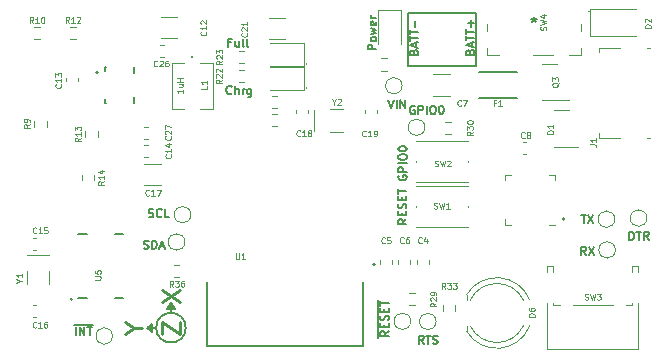
<source format=gbr>
%TF.GenerationSoftware,KiCad,Pcbnew,(6.0.7)*%
%TF.CreationDate,2022-10-18T17:16:59-04:00*%
%TF.ProjectId,PCB,5043422e-6b69-4636-9164-5f7063625858,rev?*%
%TF.SameCoordinates,Original*%
%TF.FileFunction,Legend,Top*%
%TF.FilePolarity,Positive*%
%FSLAX46Y46*%
G04 Gerber Fmt 4.6, Leading zero omitted, Abs format (unit mm)*
G04 Created by KiCad (PCBNEW (6.0.7)) date 2022-10-18 17:16:59*
%MOMM*%
%LPD*%
G01*
G04 APERTURE LIST*
%ADD10C,0.150000*%
%ADD11C,0.250000*%
%ADD12C,0.100000*%
%ADD13C,0.127000*%
%ADD14C,0.200000*%
%ADD15C,0.120000*%
G04 APERTURE END LIST*
D10*
X202620000Y-111603333D02*
X202720000Y-111636666D01*
X202886666Y-111636666D01*
X202953333Y-111603333D01*
X202986666Y-111570000D01*
X203020000Y-111503333D01*
X203020000Y-111436666D01*
X202986666Y-111370000D01*
X202953333Y-111336666D01*
X202886666Y-111303333D01*
X202753333Y-111270000D01*
X202686666Y-111236666D01*
X202653333Y-111203333D01*
X202620000Y-111136666D01*
X202620000Y-111070000D01*
X202653333Y-111003333D01*
X202686666Y-110970000D01*
X202753333Y-110936666D01*
X202920000Y-110936666D01*
X203020000Y-110970000D01*
X203320000Y-111636666D02*
X203320000Y-110936666D01*
X203486666Y-110936666D01*
X203586666Y-110970000D01*
X203653333Y-111036666D01*
X203686666Y-111103333D01*
X203720000Y-111236666D01*
X203720000Y-111336666D01*
X203686666Y-111470000D01*
X203653333Y-111536666D01*
X203586666Y-111603333D01*
X203486666Y-111636666D01*
X203320000Y-111636666D01*
X203986666Y-111436666D02*
X204320000Y-111436666D01*
X203920000Y-111636666D02*
X204153333Y-110936666D01*
X204386666Y-111636666D01*
X203026666Y-108933333D02*
X203126666Y-108966666D01*
X203293333Y-108966666D01*
X203360000Y-108933333D01*
X203393333Y-108900000D01*
X203426666Y-108833333D01*
X203426666Y-108766666D01*
X203393333Y-108700000D01*
X203360000Y-108666666D01*
X203293333Y-108633333D01*
X203160000Y-108600000D01*
X203093333Y-108566666D01*
X203060000Y-108533333D01*
X203026666Y-108466666D01*
X203026666Y-108400000D01*
X203060000Y-108333333D01*
X203093333Y-108300000D01*
X203160000Y-108266666D01*
X203326666Y-108266666D01*
X203426666Y-108300000D01*
X204126666Y-108900000D02*
X204093333Y-108933333D01*
X203993333Y-108966666D01*
X203926666Y-108966666D01*
X203826666Y-108933333D01*
X203760000Y-108866666D01*
X203726666Y-108800000D01*
X203693333Y-108666666D01*
X203693333Y-108566666D01*
X203726666Y-108433333D01*
X203760000Y-108366666D01*
X203826666Y-108300000D01*
X203926666Y-108266666D01*
X203993333Y-108266666D01*
X204093333Y-108300000D01*
X204126666Y-108333333D01*
X204760000Y-108966666D02*
X204426666Y-108966666D01*
X204426666Y-108266666D01*
X204913357Y-116266360D02*
X204563357Y-116716360D01*
X203288357Y-118516360D02*
X203113357Y-118316360D01*
X206167351Y-118316360D02*
G75*
G03*
X206167351Y-118316360I-1253994J0D01*
G01*
X203338357Y-118316360D02*
X202888357Y-118316360D01*
X205013357Y-116516360D02*
X205063357Y-116666360D01*
X204613357Y-116716360D02*
X204563357Y-116716360D01*
X205063357Y-116666360D02*
X204913357Y-116491360D01*
X203288357Y-118166360D02*
X203113357Y-118316360D01*
X216413852Y-98030000D02*
G75*
G03*
X216413852Y-98030000I-53852J0D01*
G01*
X204913357Y-117037367D02*
X204913357Y-116741360D01*
X240280000Y-91540000D02*
G75*
G03*
X240280000Y-91540000I-60000J0D01*
G01*
X204913357Y-116716360D02*
X205263357Y-116716360D01*
X203338357Y-118616360D02*
X203338357Y-118666360D01*
X216423852Y-96000000D02*
G75*
G03*
X216423852Y-96000000I-53852J0D01*
G01*
X204713357Y-116666360D02*
X204913357Y-116491360D01*
X238220554Y-109110000D02*
G75*
G03*
X238220554Y-109110000I-90554J0D01*
G01*
X203138357Y-118216360D02*
X203288357Y-118166360D01*
X204913357Y-116716360D02*
X204913357Y-116266360D01*
X205263357Y-116716360D02*
X204613357Y-116716360D01*
X204913357Y-116266360D02*
X205263357Y-116716360D01*
X202888357Y-118316360D02*
X203338357Y-117966360D01*
X203338357Y-118316360D02*
X203338357Y-117966360D01*
X203659364Y-118316360D02*
X203363357Y-118316360D01*
X202888357Y-118316360D02*
X203338357Y-118666360D01*
X203338357Y-117966360D02*
X203338357Y-118616360D01*
X210006666Y-94170000D02*
X209773333Y-94170000D01*
X209773333Y-94536666D02*
X209773333Y-93836666D01*
X210106666Y-93836666D01*
X210673333Y-94070000D02*
X210673333Y-94536666D01*
X210373333Y-94070000D02*
X210373333Y-94436666D01*
X210406666Y-94503333D01*
X210473333Y-94536666D01*
X210573333Y-94536666D01*
X210640000Y-94503333D01*
X210673333Y-94470000D01*
X211106666Y-94536666D02*
X211040000Y-94503333D01*
X211006666Y-94436666D01*
X211006666Y-93836666D01*
X211473333Y-94536666D02*
X211406666Y-94503333D01*
X211373333Y-94436666D01*
X211373333Y-93836666D01*
X223313333Y-99006666D02*
X223546666Y-99706666D01*
X223780000Y-99006666D01*
X224013333Y-99706666D02*
X224013333Y-99006666D01*
X224346666Y-99706666D02*
X224346666Y-99006666D01*
X224746666Y-99706666D01*
X224746666Y-99006666D01*
X224856666Y-109106666D02*
X224523333Y-109340000D01*
X224856666Y-109506666D02*
X224156666Y-109506666D01*
X224156666Y-109240000D01*
X224190000Y-109173333D01*
X224223333Y-109140000D01*
X224290000Y-109106666D01*
X224390000Y-109106666D01*
X224456666Y-109140000D01*
X224490000Y-109173333D01*
X224523333Y-109240000D01*
X224523333Y-109506666D01*
X224490000Y-108806666D02*
X224490000Y-108573333D01*
X224856666Y-108473333D02*
X224856666Y-108806666D01*
X224156666Y-108806666D01*
X224156666Y-108473333D01*
X224823333Y-108206666D02*
X224856666Y-108106666D01*
X224856666Y-107940000D01*
X224823333Y-107873333D01*
X224790000Y-107840000D01*
X224723333Y-107806666D01*
X224656666Y-107806666D01*
X224590000Y-107840000D01*
X224556666Y-107873333D01*
X224523333Y-107940000D01*
X224490000Y-108073333D01*
X224456666Y-108140000D01*
X224423333Y-108173333D01*
X224356666Y-108206666D01*
X224290000Y-108206666D01*
X224223333Y-108173333D01*
X224190000Y-108140000D01*
X224156666Y-108073333D01*
X224156666Y-107906666D01*
X224190000Y-107806666D01*
X224490000Y-107506666D02*
X224490000Y-107273333D01*
X224856666Y-107173333D02*
X224856666Y-107506666D01*
X224156666Y-107506666D01*
X224156666Y-107173333D01*
X224156666Y-106973333D02*
X224156666Y-106573333D01*
X224856666Y-106773333D02*
X224156666Y-106773333D01*
X240073333Y-112156666D02*
X239840000Y-111823333D01*
X239673333Y-112156666D02*
X239673333Y-111456666D01*
X239940000Y-111456666D01*
X240006666Y-111490000D01*
X240040000Y-111523333D01*
X240073333Y-111590000D01*
X240073333Y-111690000D01*
X240040000Y-111756666D01*
X240006666Y-111790000D01*
X239940000Y-111823333D01*
X239673333Y-111823333D01*
X240306666Y-111456666D02*
X240773333Y-112156666D01*
X240773333Y-111456666D02*
X240306666Y-112156666D01*
X196695000Y-118079000D02*
X197028333Y-118079000D01*
X196861666Y-118976666D02*
X196861666Y-118276666D01*
X197028333Y-118079000D02*
X197761666Y-118079000D01*
X197195000Y-118976666D02*
X197195000Y-118276666D01*
X197595000Y-118976666D01*
X197595000Y-118276666D01*
X197761666Y-118079000D02*
X198295000Y-118079000D01*
X197828333Y-118276666D02*
X198228333Y-118276666D01*
X198028333Y-118976666D02*
X198028333Y-118276666D01*
D11*
X204141928Y-118816360D02*
X204141928Y-117816360D01*
X205641928Y-118816360D01*
X205641928Y-117816360D01*
D10*
X239656666Y-108746666D02*
X240056666Y-108746666D01*
X239856666Y-109446666D02*
X239856666Y-108746666D01*
X240223333Y-108746666D02*
X240690000Y-109446666D01*
X240690000Y-108746666D02*
X240223333Y-109446666D01*
X225460000Y-94986666D02*
X225493333Y-94886666D01*
X225526666Y-94853333D01*
X225593333Y-94820000D01*
X225693333Y-94820000D01*
X225760000Y-94853333D01*
X225793333Y-94886666D01*
X225826666Y-94953333D01*
X225826666Y-95220000D01*
X225126666Y-95220000D01*
X225126666Y-94986666D01*
X225160000Y-94920000D01*
X225193333Y-94886666D01*
X225260000Y-94853333D01*
X225326666Y-94853333D01*
X225393333Y-94886666D01*
X225426666Y-94920000D01*
X225460000Y-94986666D01*
X225460000Y-95220000D01*
X225626666Y-94553333D02*
X225626666Y-94220000D01*
X225826666Y-94620000D02*
X225126666Y-94386666D01*
X225826666Y-94153333D01*
X225126666Y-94020000D02*
X225126666Y-93620000D01*
X225826666Y-93820000D02*
X225126666Y-93820000D01*
X225126666Y-93486666D02*
X225126666Y-93086666D01*
X225826666Y-93286666D02*
X225126666Y-93286666D01*
X225560000Y-92853333D02*
X225560000Y-92320000D01*
X210046666Y-98480000D02*
X210013333Y-98513333D01*
X209913333Y-98546666D01*
X209846666Y-98546666D01*
X209746666Y-98513333D01*
X209680000Y-98446666D01*
X209646666Y-98380000D01*
X209613333Y-98246666D01*
X209613333Y-98146666D01*
X209646666Y-98013333D01*
X209680000Y-97946666D01*
X209746666Y-97880000D01*
X209846666Y-97846666D01*
X209913333Y-97846666D01*
X210013333Y-97880000D01*
X210046666Y-97913333D01*
X210346666Y-98546666D02*
X210346666Y-97846666D01*
X210646666Y-98546666D02*
X210646666Y-98180000D01*
X210613333Y-98113333D01*
X210546666Y-98080000D01*
X210446666Y-98080000D01*
X210380000Y-98113333D01*
X210346666Y-98146666D01*
X210980000Y-98546666D02*
X210980000Y-98080000D01*
X210980000Y-98213333D02*
X211013333Y-98146666D01*
X211046666Y-98113333D01*
X211113333Y-98080000D01*
X211180000Y-98080000D01*
X211713333Y-98080000D02*
X211713333Y-98646666D01*
X211680000Y-98713333D01*
X211646666Y-98746666D01*
X211580000Y-98780000D01*
X211480000Y-98780000D01*
X211413333Y-98746666D01*
X211713333Y-98513333D02*
X211646666Y-98546666D01*
X211513333Y-98546666D01*
X211446666Y-98513333D01*
X211413333Y-98480000D01*
X211380000Y-98413333D01*
X211380000Y-98213333D01*
X211413333Y-98146666D01*
X211446666Y-98113333D01*
X211513333Y-98080000D01*
X211646666Y-98080000D01*
X211713333Y-98113333D01*
D11*
X201777642Y-118316360D02*
X202491928Y-118316360D01*
X200991928Y-118816360D02*
X201777642Y-118316360D01*
X200991928Y-117816360D01*
X204141928Y-116166360D02*
X205641928Y-115166360D01*
X204141928Y-115166360D02*
X205641928Y-116166360D01*
D10*
X225536666Y-99550000D02*
X225470000Y-99516666D01*
X225370000Y-99516666D01*
X225270000Y-99550000D01*
X225203333Y-99616666D01*
X225170000Y-99683333D01*
X225136666Y-99816666D01*
X225136666Y-99916666D01*
X225170000Y-100050000D01*
X225203333Y-100116666D01*
X225270000Y-100183333D01*
X225370000Y-100216666D01*
X225436666Y-100216666D01*
X225536666Y-100183333D01*
X225570000Y-100150000D01*
X225570000Y-99916666D01*
X225436666Y-99916666D01*
X225870000Y-100216666D02*
X225870000Y-99516666D01*
X226136666Y-99516666D01*
X226203333Y-99550000D01*
X226236666Y-99583333D01*
X226270000Y-99650000D01*
X226270000Y-99750000D01*
X226236666Y-99816666D01*
X226203333Y-99850000D01*
X226136666Y-99883333D01*
X225870000Y-99883333D01*
X226570000Y-100216666D02*
X226570000Y-99516666D01*
X227036666Y-99516666D02*
X227170000Y-99516666D01*
X227236666Y-99550000D01*
X227303333Y-99616666D01*
X227336666Y-99750000D01*
X227336666Y-99983333D01*
X227303333Y-100116666D01*
X227236666Y-100183333D01*
X227170000Y-100216666D01*
X227036666Y-100216666D01*
X226970000Y-100183333D01*
X226903333Y-100116666D01*
X226870000Y-99983333D01*
X226870000Y-99750000D01*
X226903333Y-99616666D01*
X226970000Y-99550000D01*
X227036666Y-99516666D01*
X227770000Y-99516666D02*
X227836666Y-99516666D01*
X227903333Y-99550000D01*
X227936666Y-99583333D01*
X227970000Y-99650000D01*
X228003333Y-99783333D01*
X228003333Y-99950000D01*
X227970000Y-100083333D01*
X227936666Y-100150000D01*
X227903333Y-100183333D01*
X227836666Y-100216666D01*
X227770000Y-100216666D01*
X227703333Y-100183333D01*
X227670000Y-100150000D01*
X227636666Y-100083333D01*
X227603333Y-99950000D01*
X227603333Y-99783333D01*
X227636666Y-99650000D01*
X227670000Y-99583333D01*
X227703333Y-99550000D01*
X227770000Y-99516666D01*
X222439000Y-119153333D02*
X222439000Y-118453333D01*
X223336666Y-118586666D02*
X223003333Y-118820000D01*
X223336666Y-118986666D02*
X222636666Y-118986666D01*
X222636666Y-118720000D01*
X222670000Y-118653333D01*
X222703333Y-118620000D01*
X222770000Y-118586666D01*
X222870000Y-118586666D01*
X222936666Y-118620000D01*
X222970000Y-118653333D01*
X223003333Y-118720000D01*
X223003333Y-118986666D01*
X222439000Y-118453333D02*
X222439000Y-117820000D01*
X222970000Y-118286666D02*
X222970000Y-118053333D01*
X223336666Y-117953333D02*
X223336666Y-118286666D01*
X222636666Y-118286666D01*
X222636666Y-117953333D01*
X222439000Y-117820000D02*
X222439000Y-117153333D01*
X223303333Y-117686666D02*
X223336666Y-117586666D01*
X223336666Y-117420000D01*
X223303333Y-117353333D01*
X223270000Y-117320000D01*
X223203333Y-117286666D01*
X223136666Y-117286666D01*
X223070000Y-117320000D01*
X223036666Y-117353333D01*
X223003333Y-117420000D01*
X222970000Y-117553333D01*
X222936666Y-117620000D01*
X222903333Y-117653333D01*
X222836666Y-117686666D01*
X222770000Y-117686666D01*
X222703333Y-117653333D01*
X222670000Y-117620000D01*
X222636666Y-117553333D01*
X222636666Y-117386666D01*
X222670000Y-117286666D01*
X222439000Y-117153333D02*
X222439000Y-116520000D01*
X222970000Y-116986666D02*
X222970000Y-116753333D01*
X223336666Y-116653333D02*
X223336666Y-116986666D01*
X222636666Y-116986666D01*
X222636666Y-116653333D01*
X222439000Y-116520000D02*
X222439000Y-115986666D01*
X222636666Y-116453333D02*
X222636666Y-116053333D01*
X223336666Y-116253333D02*
X222636666Y-116253333D01*
X222306666Y-94743333D02*
X221606666Y-94743333D01*
X221606666Y-94476666D01*
X221640000Y-94410000D01*
X221673333Y-94376666D01*
X221740000Y-94343333D01*
X221840000Y-94343333D01*
X221906666Y-94376666D01*
X221940000Y-94410000D01*
X221973333Y-94476666D01*
X221973333Y-94743333D01*
X222306666Y-93943333D02*
X222273333Y-94010000D01*
X222240000Y-94043333D01*
X222173333Y-94076666D01*
X221973333Y-94076666D01*
X221906666Y-94043333D01*
X221873333Y-94010000D01*
X221840000Y-93943333D01*
X221840000Y-93843333D01*
X221873333Y-93776666D01*
X221906666Y-93743333D01*
X221973333Y-93710000D01*
X222173333Y-93710000D01*
X222240000Y-93743333D01*
X222273333Y-93776666D01*
X222306666Y-93843333D01*
X222306666Y-93943333D01*
X221840000Y-93476666D02*
X222306666Y-93343333D01*
X221973333Y-93210000D01*
X222306666Y-93076666D01*
X221840000Y-92943333D01*
X222273333Y-92410000D02*
X222306666Y-92476666D01*
X222306666Y-92610000D01*
X222273333Y-92676666D01*
X222206666Y-92710000D01*
X221940000Y-92710000D01*
X221873333Y-92676666D01*
X221840000Y-92610000D01*
X221840000Y-92476666D01*
X221873333Y-92410000D01*
X221940000Y-92376666D01*
X222006666Y-92376666D01*
X222073333Y-92710000D01*
X222306666Y-92076666D02*
X221840000Y-92076666D01*
X221973333Y-92076666D02*
X221906666Y-92043333D01*
X221873333Y-92010000D01*
X221840000Y-91943333D01*
X221840000Y-91876666D01*
X226306666Y-119686666D02*
X226073333Y-119353333D01*
X225906666Y-119686666D02*
X225906666Y-118986666D01*
X226173333Y-118986666D01*
X226240000Y-119020000D01*
X226273333Y-119053333D01*
X226306666Y-119120000D01*
X226306666Y-119220000D01*
X226273333Y-119286666D01*
X226240000Y-119320000D01*
X226173333Y-119353333D01*
X225906666Y-119353333D01*
X226506666Y-118986666D02*
X226906666Y-118986666D01*
X226706666Y-119686666D02*
X226706666Y-118986666D01*
X227106666Y-119653333D02*
X227206666Y-119686666D01*
X227373333Y-119686666D01*
X227440000Y-119653333D01*
X227473333Y-119620000D01*
X227506666Y-119553333D01*
X227506666Y-119486666D01*
X227473333Y-119420000D01*
X227440000Y-119386666D01*
X227373333Y-119353333D01*
X227240000Y-119320000D01*
X227173333Y-119286666D01*
X227140000Y-119253333D01*
X227106666Y-119186666D01*
X227106666Y-119120000D01*
X227140000Y-119053333D01*
X227173333Y-119020000D01*
X227240000Y-118986666D01*
X227406666Y-118986666D01*
X227506666Y-119020000D01*
X243720000Y-110886666D02*
X243720000Y-110186666D01*
X243886666Y-110186666D01*
X243986666Y-110220000D01*
X244053333Y-110286666D01*
X244086666Y-110353333D01*
X244120000Y-110486666D01*
X244120000Y-110586666D01*
X244086666Y-110720000D01*
X244053333Y-110786666D01*
X243986666Y-110853333D01*
X243886666Y-110886666D01*
X243720000Y-110886666D01*
X244320000Y-110186666D02*
X244720000Y-110186666D01*
X244520000Y-110886666D02*
X244520000Y-110186666D01*
X245353333Y-110886666D02*
X245120000Y-110553333D01*
X244953333Y-110886666D02*
X244953333Y-110186666D01*
X245220000Y-110186666D01*
X245286666Y-110220000D01*
X245320000Y-110253333D01*
X245353333Y-110320000D01*
X245353333Y-110420000D01*
X245320000Y-110486666D01*
X245286666Y-110520000D01*
X245220000Y-110553333D01*
X244953333Y-110553333D01*
X224210000Y-105433333D02*
X224176666Y-105500000D01*
X224176666Y-105600000D01*
X224210000Y-105700000D01*
X224276666Y-105766666D01*
X224343333Y-105800000D01*
X224476666Y-105833333D01*
X224576666Y-105833333D01*
X224710000Y-105800000D01*
X224776666Y-105766666D01*
X224843333Y-105700000D01*
X224876666Y-105600000D01*
X224876666Y-105533333D01*
X224843333Y-105433333D01*
X224810000Y-105400000D01*
X224576666Y-105400000D01*
X224576666Y-105533333D01*
X224876666Y-105100000D02*
X224176666Y-105100000D01*
X224176666Y-104833333D01*
X224210000Y-104766666D01*
X224243333Y-104733333D01*
X224310000Y-104700000D01*
X224410000Y-104700000D01*
X224476666Y-104733333D01*
X224510000Y-104766666D01*
X224543333Y-104833333D01*
X224543333Y-105100000D01*
X224876666Y-104400000D02*
X224176666Y-104400000D01*
X224176666Y-103933333D02*
X224176666Y-103800000D01*
X224210000Y-103733333D01*
X224276666Y-103666666D01*
X224410000Y-103633333D01*
X224643333Y-103633333D01*
X224776666Y-103666666D01*
X224843333Y-103733333D01*
X224876666Y-103800000D01*
X224876666Y-103933333D01*
X224843333Y-104000000D01*
X224776666Y-104066666D01*
X224643333Y-104100000D01*
X224410000Y-104100000D01*
X224276666Y-104066666D01*
X224210000Y-104000000D01*
X224176666Y-103933333D01*
X224176666Y-103200000D02*
X224176666Y-103133333D01*
X224210000Y-103066666D01*
X224243333Y-103033333D01*
X224310000Y-103000000D01*
X224443333Y-102966666D01*
X224610000Y-102966666D01*
X224743333Y-103000000D01*
X224810000Y-103033333D01*
X224843333Y-103066666D01*
X224876666Y-103133333D01*
X224876666Y-103200000D01*
X224843333Y-103266666D01*
X224810000Y-103300000D01*
X224743333Y-103333333D01*
X224610000Y-103366666D01*
X224443333Y-103366666D01*
X224310000Y-103333333D01*
X224243333Y-103300000D01*
X224210000Y-103266666D01*
X224176666Y-103200000D01*
X230241428Y-94956666D02*
X230273809Y-94856666D01*
X230306190Y-94823333D01*
X230370952Y-94790000D01*
X230468095Y-94790000D01*
X230532857Y-94823333D01*
X230565238Y-94856666D01*
X230597619Y-94923333D01*
X230597619Y-95190000D01*
X229917619Y-95190000D01*
X229917619Y-94956666D01*
X229950000Y-94890000D01*
X229982380Y-94856666D01*
X230047142Y-94823333D01*
X230111904Y-94823333D01*
X230176666Y-94856666D01*
X230209047Y-94890000D01*
X230241428Y-94956666D01*
X230241428Y-95190000D01*
X230403333Y-94523333D02*
X230403333Y-94190000D01*
X230597619Y-94590000D02*
X229917619Y-94356666D01*
X230597619Y-94123333D01*
X229917619Y-93990000D02*
X229917619Y-93590000D01*
X230597619Y-93790000D02*
X229917619Y-93790000D01*
X229917619Y-93456666D02*
X229917619Y-93056666D01*
X230597619Y-93256666D02*
X229917619Y-93256666D01*
X230338571Y-92823333D02*
X230338571Y-92290000D01*
X230597619Y-92556666D02*
X230079523Y-92556666D01*
D12*
%TO.C,L1*%
X207956190Y-97839033D02*
X207956190Y-98077128D01*
X207456190Y-98077128D01*
X207956190Y-97410461D02*
X207956190Y-97696176D01*
X207956190Y-97553319D02*
X207456190Y-97553319D01*
X207527619Y-97600938D01*
X207575238Y-97648557D01*
X207599047Y-97696176D01*
X205906190Y-98150938D02*
X205906190Y-98436652D01*
X205906190Y-98293795D02*
X205406190Y-98293795D01*
X205477619Y-98341414D01*
X205525238Y-98389033D01*
X205549047Y-98436652D01*
X205572857Y-97722366D02*
X205906190Y-97722366D01*
X205572857Y-97936652D02*
X205834761Y-97936652D01*
X205882380Y-97912842D01*
X205906190Y-97865223D01*
X205906190Y-97793795D01*
X205882380Y-97746176D01*
X205858571Y-97722366D01*
X205906190Y-97484271D02*
X205406190Y-97484271D01*
X205644285Y-97484271D02*
X205644285Y-97198557D01*
X205906190Y-97198557D02*
X205406190Y-97198557D01*
%TO.C,C26*%
X203758571Y-96148571D02*
X203734761Y-96172380D01*
X203663333Y-96196190D01*
X203615714Y-96196190D01*
X203544285Y-96172380D01*
X203496666Y-96124761D01*
X203472857Y-96077142D01*
X203449047Y-95981904D01*
X203449047Y-95910476D01*
X203472857Y-95815238D01*
X203496666Y-95767619D01*
X203544285Y-95720000D01*
X203615714Y-95696190D01*
X203663333Y-95696190D01*
X203734761Y-95720000D01*
X203758571Y-95743809D01*
X203949047Y-95743809D02*
X203972857Y-95720000D01*
X204020476Y-95696190D01*
X204139523Y-95696190D01*
X204187142Y-95720000D01*
X204210952Y-95743809D01*
X204234761Y-95791428D01*
X204234761Y-95839047D01*
X204210952Y-95910476D01*
X203925238Y-96196190D01*
X204234761Y-96196190D01*
X204663333Y-95696190D02*
X204568095Y-95696190D01*
X204520476Y-95720000D01*
X204496666Y-95743809D01*
X204449047Y-95815238D01*
X204425238Y-95910476D01*
X204425238Y-96100952D01*
X204449047Y-96148571D01*
X204472857Y-96172380D01*
X204520476Y-96196190D01*
X204615714Y-96196190D01*
X204663333Y-96172380D01*
X204687142Y-96148571D01*
X204710952Y-96100952D01*
X204710952Y-95981904D01*
X204687142Y-95934285D01*
X204663333Y-95910476D01*
X204615714Y-95886666D01*
X204520476Y-95886666D01*
X204472857Y-95910476D01*
X204449047Y-95934285D01*
X204425238Y-95981904D01*
%TO.C,SW3*%
X239953333Y-115922380D02*
X240024761Y-115946190D01*
X240143809Y-115946190D01*
X240191428Y-115922380D01*
X240215238Y-115898571D01*
X240239047Y-115850952D01*
X240239047Y-115803333D01*
X240215238Y-115755714D01*
X240191428Y-115731904D01*
X240143809Y-115708095D01*
X240048571Y-115684285D01*
X240000952Y-115660476D01*
X239977142Y-115636666D01*
X239953333Y-115589047D01*
X239953333Y-115541428D01*
X239977142Y-115493809D01*
X240000952Y-115470000D01*
X240048571Y-115446190D01*
X240167619Y-115446190D01*
X240239047Y-115470000D01*
X240405714Y-115446190D02*
X240524761Y-115946190D01*
X240620000Y-115589047D01*
X240715238Y-115946190D01*
X240834285Y-115446190D01*
X240977142Y-115446190D02*
X241286666Y-115446190D01*
X241120000Y-115636666D01*
X241191428Y-115636666D01*
X241239047Y-115660476D01*
X241262857Y-115684285D01*
X241286666Y-115731904D01*
X241286666Y-115850952D01*
X241262857Y-115898571D01*
X241239047Y-115922380D01*
X241191428Y-115946190D01*
X241048571Y-115946190D01*
X241000952Y-115922380D01*
X240977142Y-115898571D01*
%TO.C,C21*%
X211318571Y-93376428D02*
X211342380Y-93400238D01*
X211366190Y-93471666D01*
X211366190Y-93519285D01*
X211342380Y-93590714D01*
X211294761Y-93638333D01*
X211247142Y-93662142D01*
X211151904Y-93685952D01*
X211080476Y-93685952D01*
X210985238Y-93662142D01*
X210937619Y-93638333D01*
X210890000Y-93590714D01*
X210866190Y-93519285D01*
X210866190Y-93471666D01*
X210890000Y-93400238D01*
X210913809Y-93376428D01*
X210913809Y-93185952D02*
X210890000Y-93162142D01*
X210866190Y-93114523D01*
X210866190Y-92995476D01*
X210890000Y-92947857D01*
X210913809Y-92924047D01*
X210961428Y-92900238D01*
X211009047Y-92900238D01*
X211080476Y-92924047D01*
X211366190Y-93209761D01*
X211366190Y-92900238D01*
X211366190Y-92424047D02*
X211366190Y-92709761D01*
X211366190Y-92566904D02*
X210866190Y-92566904D01*
X210937619Y-92614523D01*
X210985238Y-92662142D01*
X211009047Y-92709761D01*
%TO.C,R14*%
X199246190Y-105921428D02*
X199008095Y-106088095D01*
X199246190Y-106207142D02*
X198746190Y-106207142D01*
X198746190Y-106016666D01*
X198770000Y-105969047D01*
X198793809Y-105945238D01*
X198841428Y-105921428D01*
X198912857Y-105921428D01*
X198960476Y-105945238D01*
X198984285Y-105969047D01*
X199008095Y-106016666D01*
X199008095Y-106207142D01*
X199246190Y-105445238D02*
X199246190Y-105730952D01*
X199246190Y-105588095D02*
X198746190Y-105588095D01*
X198817619Y-105635714D01*
X198865238Y-105683333D01*
X198889047Y-105730952D01*
X198912857Y-105016666D02*
X199246190Y-105016666D01*
X198722380Y-105135714D02*
X199079523Y-105254761D01*
X199079523Y-104945238D01*
%TO.C,R12*%
X196288571Y-92496190D02*
X196121904Y-92258095D01*
X196002857Y-92496190D02*
X196002857Y-91996190D01*
X196193333Y-91996190D01*
X196240952Y-92020000D01*
X196264761Y-92043809D01*
X196288571Y-92091428D01*
X196288571Y-92162857D01*
X196264761Y-92210476D01*
X196240952Y-92234285D01*
X196193333Y-92258095D01*
X196002857Y-92258095D01*
X196764761Y-92496190D02*
X196479047Y-92496190D01*
X196621904Y-92496190D02*
X196621904Y-91996190D01*
X196574285Y-92067619D01*
X196526666Y-92115238D01*
X196479047Y-92139047D01*
X196955238Y-92043809D02*
X196979047Y-92020000D01*
X197026666Y-91996190D01*
X197145714Y-91996190D01*
X197193333Y-92020000D01*
X197217142Y-92043809D01*
X197240952Y-92091428D01*
X197240952Y-92139047D01*
X197217142Y-92210476D01*
X196931428Y-92496190D01*
X197240952Y-92496190D01*
%TO.C,D6*%
X235716190Y-117379047D02*
X235216190Y-117379047D01*
X235216190Y-117260000D01*
X235240000Y-117188571D01*
X235287619Y-117140952D01*
X235335238Y-117117142D01*
X235430476Y-117093333D01*
X235501904Y-117093333D01*
X235597142Y-117117142D01*
X235644761Y-117140952D01*
X235692380Y-117188571D01*
X235716190Y-117260000D01*
X235716190Y-117379047D01*
X235216190Y-116664761D02*
X235216190Y-116760000D01*
X235240000Y-116807619D01*
X235263809Y-116831428D01*
X235335238Y-116879047D01*
X235430476Y-116902857D01*
X235620952Y-116902857D01*
X235668571Y-116879047D01*
X235692380Y-116855238D01*
X235716190Y-116807619D01*
X235716190Y-116712380D01*
X235692380Y-116664761D01*
X235668571Y-116640952D01*
X235620952Y-116617142D01*
X235501904Y-116617142D01*
X235454285Y-116640952D01*
X235430476Y-116664761D01*
X235406666Y-116712380D01*
X235406666Y-116807619D01*
X235430476Y-116855238D01*
X235454285Y-116879047D01*
X235501904Y-116902857D01*
%TO.C,C7*%
X229476666Y-99498571D02*
X229452857Y-99522380D01*
X229381428Y-99546190D01*
X229333809Y-99546190D01*
X229262380Y-99522380D01*
X229214761Y-99474761D01*
X229190952Y-99427142D01*
X229167142Y-99331904D01*
X229167142Y-99260476D01*
X229190952Y-99165238D01*
X229214761Y-99117619D01*
X229262380Y-99070000D01*
X229333809Y-99046190D01*
X229381428Y-99046190D01*
X229452857Y-99070000D01*
X229476666Y-99093809D01*
X229643333Y-99046190D02*
X229976666Y-99046190D01*
X229762380Y-99546190D01*
%TO.C,C8*%
X234851666Y-102218571D02*
X234827857Y-102242380D01*
X234756428Y-102266190D01*
X234708809Y-102266190D01*
X234637380Y-102242380D01*
X234589761Y-102194761D01*
X234565952Y-102147142D01*
X234542142Y-102051904D01*
X234542142Y-101980476D01*
X234565952Y-101885238D01*
X234589761Y-101837619D01*
X234637380Y-101790000D01*
X234708809Y-101766190D01*
X234756428Y-101766190D01*
X234827857Y-101790000D01*
X234851666Y-101813809D01*
X235137380Y-101980476D02*
X235089761Y-101956666D01*
X235065952Y-101932857D01*
X235042142Y-101885238D01*
X235042142Y-101861428D01*
X235065952Y-101813809D01*
X235089761Y-101790000D01*
X235137380Y-101766190D01*
X235232619Y-101766190D01*
X235280238Y-101790000D01*
X235304047Y-101813809D01*
X235327857Y-101861428D01*
X235327857Y-101885238D01*
X235304047Y-101932857D01*
X235280238Y-101956666D01*
X235232619Y-101980476D01*
X235137380Y-101980476D01*
X235089761Y-102004285D01*
X235065952Y-102028095D01*
X235042142Y-102075714D01*
X235042142Y-102170952D01*
X235065952Y-102218571D01*
X235089761Y-102242380D01*
X235137380Y-102266190D01*
X235232619Y-102266190D01*
X235280238Y-102242380D01*
X235304047Y-102218571D01*
X235327857Y-102170952D01*
X235327857Y-102075714D01*
X235304047Y-102028095D01*
X235280238Y-102004285D01*
X235232619Y-101980476D01*
%TO.C,R13*%
X197286190Y-102251428D02*
X197048095Y-102418095D01*
X197286190Y-102537142D02*
X196786190Y-102537142D01*
X196786190Y-102346666D01*
X196810000Y-102299047D01*
X196833809Y-102275238D01*
X196881428Y-102251428D01*
X196952857Y-102251428D01*
X197000476Y-102275238D01*
X197024285Y-102299047D01*
X197048095Y-102346666D01*
X197048095Y-102537142D01*
X197286190Y-101775238D02*
X197286190Y-102060952D01*
X197286190Y-101918095D02*
X196786190Y-101918095D01*
X196857619Y-101965714D01*
X196905238Y-102013333D01*
X196929047Y-102060952D01*
X196786190Y-101608571D02*
X196786190Y-101299047D01*
X196976666Y-101465714D01*
X196976666Y-101394285D01*
X197000476Y-101346666D01*
X197024285Y-101322857D01*
X197071904Y-101299047D01*
X197190952Y-101299047D01*
X197238571Y-101322857D01*
X197262380Y-101346666D01*
X197286190Y-101394285D01*
X197286190Y-101537142D01*
X197262380Y-101584761D01*
X197238571Y-101608571D01*
%TO.C,J1*%
X240406190Y-102791666D02*
X240763333Y-102791666D01*
X240834761Y-102815476D01*
X240882380Y-102863095D01*
X240906190Y-102934523D01*
X240906190Y-102982142D01*
X240906190Y-102291666D02*
X240906190Y-102577380D01*
X240906190Y-102434523D02*
X240406190Y-102434523D01*
X240477619Y-102482142D01*
X240525238Y-102529761D01*
X240549047Y-102577380D01*
%TO.C,C4*%
X226141666Y-111108571D02*
X226117857Y-111132380D01*
X226046428Y-111156190D01*
X225998809Y-111156190D01*
X225927380Y-111132380D01*
X225879761Y-111084761D01*
X225855952Y-111037142D01*
X225832142Y-110941904D01*
X225832142Y-110870476D01*
X225855952Y-110775238D01*
X225879761Y-110727619D01*
X225927380Y-110680000D01*
X225998809Y-110656190D01*
X226046428Y-110656190D01*
X226117857Y-110680000D01*
X226141666Y-110703809D01*
X226570238Y-110822857D02*
X226570238Y-111156190D01*
X226451190Y-110632380D02*
X226332142Y-110989523D01*
X226641666Y-110989523D01*
%TO.C,Y1*%
X192099249Y-114338368D02*
X192337344Y-114338368D01*
X191837344Y-114505034D02*
X192099249Y-114338368D01*
X191837344Y-114171701D01*
X192337344Y-113743130D02*
X192337344Y-114028844D01*
X192337344Y-113885987D02*
X191837344Y-113885987D01*
X191908773Y-113933606D01*
X191956392Y-113981225D01*
X191980201Y-114028844D01*
%TO.C,R10*%
X193248571Y-92526190D02*
X193081904Y-92288095D01*
X192962857Y-92526190D02*
X192962857Y-92026190D01*
X193153333Y-92026190D01*
X193200952Y-92050000D01*
X193224761Y-92073809D01*
X193248571Y-92121428D01*
X193248571Y-92192857D01*
X193224761Y-92240476D01*
X193200952Y-92264285D01*
X193153333Y-92288095D01*
X192962857Y-92288095D01*
X193724761Y-92526190D02*
X193439047Y-92526190D01*
X193581904Y-92526190D02*
X193581904Y-92026190D01*
X193534285Y-92097619D01*
X193486666Y-92145238D01*
X193439047Y-92169047D01*
X194034285Y-92026190D02*
X194081904Y-92026190D01*
X194129523Y-92050000D01*
X194153333Y-92073809D01*
X194177142Y-92121428D01*
X194200952Y-92216666D01*
X194200952Y-92335714D01*
X194177142Y-92430952D01*
X194153333Y-92478571D01*
X194129523Y-92502380D01*
X194081904Y-92526190D01*
X194034285Y-92526190D01*
X193986666Y-92502380D01*
X193962857Y-92478571D01*
X193939047Y-92430952D01*
X193915238Y-92335714D01*
X193915238Y-92216666D01*
X193939047Y-92121428D01*
X193962857Y-92073809D01*
X193986666Y-92050000D01*
X194034285Y-92026190D01*
%TO.C,C13*%
X195578571Y-97711428D02*
X195602380Y-97735238D01*
X195626190Y-97806666D01*
X195626190Y-97854285D01*
X195602380Y-97925714D01*
X195554761Y-97973333D01*
X195507142Y-97997142D01*
X195411904Y-98020952D01*
X195340476Y-98020952D01*
X195245238Y-97997142D01*
X195197619Y-97973333D01*
X195150000Y-97925714D01*
X195126190Y-97854285D01*
X195126190Y-97806666D01*
X195150000Y-97735238D01*
X195173809Y-97711428D01*
X195626190Y-97235238D02*
X195626190Y-97520952D01*
X195626190Y-97378095D02*
X195126190Y-97378095D01*
X195197619Y-97425714D01*
X195245238Y-97473333D01*
X195269047Y-97520952D01*
X195126190Y-97068571D02*
X195126190Y-96759047D01*
X195316666Y-96925714D01*
X195316666Y-96854285D01*
X195340476Y-96806666D01*
X195364285Y-96782857D01*
X195411904Y-96759047D01*
X195530952Y-96759047D01*
X195578571Y-96782857D01*
X195602380Y-96806666D01*
X195626190Y-96854285D01*
X195626190Y-96997142D01*
X195602380Y-97044761D01*
X195578571Y-97068571D01*
%TO.C,F1*%
X232403333Y-99264285D02*
X232236666Y-99264285D01*
X232236666Y-99526190D02*
X232236666Y-99026190D01*
X232474761Y-99026190D01*
X232927142Y-99526190D02*
X232641428Y-99526190D01*
X232784285Y-99526190D02*
X232784285Y-99026190D01*
X232736666Y-99097619D01*
X232689047Y-99145238D01*
X232641428Y-99169047D01*
%TO.C,U5*%
X198464154Y-114241225D02*
X198868916Y-114241225D01*
X198916535Y-114217415D01*
X198940344Y-114193606D01*
X198964154Y-114145987D01*
X198964154Y-114050749D01*
X198940344Y-114003130D01*
X198916535Y-113979320D01*
X198868916Y-113955511D01*
X198464154Y-113955511D01*
X198464154Y-113479320D02*
X198464154Y-113717415D01*
X198702249Y-113741225D01*
X198678440Y-113717415D01*
X198654630Y-113669796D01*
X198654630Y-113550749D01*
X198678440Y-113503130D01*
X198702249Y-113479320D01*
X198749868Y-113455511D01*
X198868916Y-113455511D01*
X198916535Y-113479320D01*
X198940344Y-113503130D01*
X198964154Y-113550749D01*
X198964154Y-113669796D01*
X198940344Y-113717415D01*
X198916535Y-113741225D01*
%TO.C,C14*%
X204888571Y-103651428D02*
X204912380Y-103675238D01*
X204936190Y-103746666D01*
X204936190Y-103794285D01*
X204912380Y-103865714D01*
X204864761Y-103913333D01*
X204817142Y-103937142D01*
X204721904Y-103960952D01*
X204650476Y-103960952D01*
X204555238Y-103937142D01*
X204507619Y-103913333D01*
X204460000Y-103865714D01*
X204436190Y-103794285D01*
X204436190Y-103746666D01*
X204460000Y-103675238D01*
X204483809Y-103651428D01*
X204936190Y-103175238D02*
X204936190Y-103460952D01*
X204936190Y-103318095D02*
X204436190Y-103318095D01*
X204507619Y-103365714D01*
X204555238Y-103413333D01*
X204579047Y-103460952D01*
X204602857Y-102746666D02*
X204936190Y-102746666D01*
X204412380Y-102865714D02*
X204769523Y-102984761D01*
X204769523Y-102675238D01*
%TO.C,SW4*%
X236662380Y-93106666D02*
X236686190Y-93035238D01*
X236686190Y-92916190D01*
X236662380Y-92868571D01*
X236638571Y-92844761D01*
X236590952Y-92820952D01*
X236543333Y-92820952D01*
X236495714Y-92844761D01*
X236471904Y-92868571D01*
X236448095Y-92916190D01*
X236424285Y-93011428D01*
X236400476Y-93059047D01*
X236376666Y-93082857D01*
X236329047Y-93106666D01*
X236281428Y-93106666D01*
X236233809Y-93082857D01*
X236210000Y-93059047D01*
X236186190Y-93011428D01*
X236186190Y-92892380D01*
X236210000Y-92820952D01*
X236186190Y-92654285D02*
X236686190Y-92535238D01*
X236329047Y-92440000D01*
X236686190Y-92344761D01*
X236186190Y-92225714D01*
X236352857Y-91820952D02*
X236686190Y-91820952D01*
X236162380Y-91940000D02*
X236519523Y-92059047D01*
X236519523Y-91749523D01*
D10*
X235660000Y-92038881D02*
X235660000Y-92276977D01*
X235421904Y-92181739D02*
X235660000Y-92276977D01*
X235898095Y-92181739D01*
X235517142Y-92467453D02*
X235660000Y-92276977D01*
X235802857Y-92467453D01*
D12*
%TO.C,Y2*%
X218716904Y-99183095D02*
X218716904Y-99421190D01*
X218550238Y-98921190D02*
X218716904Y-99183095D01*
X218883571Y-98921190D01*
X219026428Y-98968809D02*
X219050238Y-98945000D01*
X219097857Y-98921190D01*
X219216904Y-98921190D01*
X219264523Y-98945000D01*
X219288333Y-98968809D01*
X219312142Y-99016428D01*
X219312142Y-99064047D01*
X219288333Y-99135476D01*
X219002619Y-99421190D01*
X219312142Y-99421190D01*
%TO.C,C12*%
X207868571Y-93251428D02*
X207892380Y-93275238D01*
X207916190Y-93346666D01*
X207916190Y-93394285D01*
X207892380Y-93465714D01*
X207844761Y-93513333D01*
X207797142Y-93537142D01*
X207701904Y-93560952D01*
X207630476Y-93560952D01*
X207535238Y-93537142D01*
X207487619Y-93513333D01*
X207440000Y-93465714D01*
X207416190Y-93394285D01*
X207416190Y-93346666D01*
X207440000Y-93275238D01*
X207463809Y-93251428D01*
X207916190Y-92775238D02*
X207916190Y-93060952D01*
X207916190Y-92918095D02*
X207416190Y-92918095D01*
X207487619Y-92965714D01*
X207535238Y-93013333D01*
X207559047Y-93060952D01*
X207463809Y-92584761D02*
X207440000Y-92560952D01*
X207416190Y-92513333D01*
X207416190Y-92394285D01*
X207440000Y-92346666D01*
X207463809Y-92322857D01*
X207511428Y-92299047D01*
X207559047Y-92299047D01*
X207630476Y-92322857D01*
X207916190Y-92608571D01*
X207916190Y-92299047D01*
%TO.C,C15*%
X193518571Y-110278571D02*
X193494761Y-110302380D01*
X193423333Y-110326190D01*
X193375714Y-110326190D01*
X193304285Y-110302380D01*
X193256666Y-110254761D01*
X193232857Y-110207142D01*
X193209047Y-110111904D01*
X193209047Y-110040476D01*
X193232857Y-109945238D01*
X193256666Y-109897619D01*
X193304285Y-109850000D01*
X193375714Y-109826190D01*
X193423333Y-109826190D01*
X193494761Y-109850000D01*
X193518571Y-109873809D01*
X193994761Y-110326190D02*
X193709047Y-110326190D01*
X193851904Y-110326190D02*
X193851904Y-109826190D01*
X193804285Y-109897619D01*
X193756666Y-109945238D01*
X193709047Y-109969047D01*
X194447142Y-109826190D02*
X194209047Y-109826190D01*
X194185238Y-110064285D01*
X194209047Y-110040476D01*
X194256666Y-110016666D01*
X194375714Y-110016666D01*
X194423333Y-110040476D01*
X194447142Y-110064285D01*
X194470952Y-110111904D01*
X194470952Y-110230952D01*
X194447142Y-110278571D01*
X194423333Y-110302380D01*
X194375714Y-110326190D01*
X194256666Y-110326190D01*
X194209047Y-110302380D01*
X194185238Y-110278571D01*
%TO.C,D1*%
X237276190Y-101894047D02*
X236776190Y-101894047D01*
X236776190Y-101775000D01*
X236800000Y-101703571D01*
X236847619Y-101655952D01*
X236895238Y-101632142D01*
X236990476Y-101608333D01*
X237061904Y-101608333D01*
X237157142Y-101632142D01*
X237204761Y-101655952D01*
X237252380Y-101703571D01*
X237276190Y-101775000D01*
X237276190Y-101894047D01*
X237276190Y-101132142D02*
X237276190Y-101417857D01*
X237276190Y-101275000D02*
X236776190Y-101275000D01*
X236847619Y-101322619D01*
X236895238Y-101370238D01*
X236919047Y-101417857D01*
%TO.C,U1*%
X210409047Y-111998690D02*
X210409047Y-112403452D01*
X210432857Y-112451071D01*
X210456666Y-112474880D01*
X210504285Y-112498690D01*
X210599523Y-112498690D01*
X210647142Y-112474880D01*
X210670952Y-112451071D01*
X210694761Y-112403452D01*
X210694761Y-111998690D01*
X211194761Y-112498690D02*
X210909047Y-112498690D01*
X211051904Y-112498690D02*
X211051904Y-111998690D01*
X211004285Y-112070119D01*
X210956666Y-112117738D01*
X210909047Y-112141547D01*
%TO.C,C18*%
X215848571Y-102048571D02*
X215824761Y-102072380D01*
X215753333Y-102096190D01*
X215705714Y-102096190D01*
X215634285Y-102072380D01*
X215586666Y-102024761D01*
X215562857Y-101977142D01*
X215539047Y-101881904D01*
X215539047Y-101810476D01*
X215562857Y-101715238D01*
X215586666Y-101667619D01*
X215634285Y-101620000D01*
X215705714Y-101596190D01*
X215753333Y-101596190D01*
X215824761Y-101620000D01*
X215848571Y-101643809D01*
X216324761Y-102096190D02*
X216039047Y-102096190D01*
X216181904Y-102096190D02*
X216181904Y-101596190D01*
X216134285Y-101667619D01*
X216086666Y-101715238D01*
X216039047Y-101739047D01*
X216610476Y-101810476D02*
X216562857Y-101786666D01*
X216539047Y-101762857D01*
X216515238Y-101715238D01*
X216515238Y-101691428D01*
X216539047Y-101643809D01*
X216562857Y-101620000D01*
X216610476Y-101596190D01*
X216705714Y-101596190D01*
X216753333Y-101620000D01*
X216777142Y-101643809D01*
X216800952Y-101691428D01*
X216800952Y-101715238D01*
X216777142Y-101762857D01*
X216753333Y-101786666D01*
X216705714Y-101810476D01*
X216610476Y-101810476D01*
X216562857Y-101834285D01*
X216539047Y-101858095D01*
X216515238Y-101905714D01*
X216515238Y-102000952D01*
X216539047Y-102048571D01*
X216562857Y-102072380D01*
X216610476Y-102096190D01*
X216705714Y-102096190D01*
X216753333Y-102072380D01*
X216777142Y-102048571D01*
X216800952Y-102000952D01*
X216800952Y-101905714D01*
X216777142Y-101858095D01*
X216753333Y-101834285D01*
X216705714Y-101810476D01*
%TO.C,R9*%
X192956190Y-101103333D02*
X192718095Y-101270000D01*
X192956190Y-101389047D02*
X192456190Y-101389047D01*
X192456190Y-101198571D01*
X192480000Y-101150952D01*
X192503809Y-101127142D01*
X192551428Y-101103333D01*
X192622857Y-101103333D01*
X192670476Y-101127142D01*
X192694285Y-101150952D01*
X192718095Y-101198571D01*
X192718095Y-101389047D01*
X192956190Y-100865238D02*
X192956190Y-100770000D01*
X192932380Y-100722380D01*
X192908571Y-100698571D01*
X192837142Y-100650952D01*
X192741904Y-100627142D01*
X192551428Y-100627142D01*
X192503809Y-100650952D01*
X192480000Y-100674761D01*
X192456190Y-100722380D01*
X192456190Y-100817619D01*
X192480000Y-100865238D01*
X192503809Y-100889047D01*
X192551428Y-100912857D01*
X192670476Y-100912857D01*
X192718095Y-100889047D01*
X192741904Y-100865238D01*
X192765714Y-100817619D01*
X192765714Y-100722380D01*
X192741904Y-100674761D01*
X192718095Y-100650952D01*
X192670476Y-100627142D01*
%TO.C,R22*%
X209216190Y-97331428D02*
X208978095Y-97498095D01*
X209216190Y-97617142D02*
X208716190Y-97617142D01*
X208716190Y-97426666D01*
X208740000Y-97379047D01*
X208763809Y-97355238D01*
X208811428Y-97331428D01*
X208882857Y-97331428D01*
X208930476Y-97355238D01*
X208954285Y-97379047D01*
X208978095Y-97426666D01*
X208978095Y-97617142D01*
X208763809Y-97140952D02*
X208740000Y-97117142D01*
X208716190Y-97069523D01*
X208716190Y-96950476D01*
X208740000Y-96902857D01*
X208763809Y-96879047D01*
X208811428Y-96855238D01*
X208859047Y-96855238D01*
X208930476Y-96879047D01*
X209216190Y-97164761D01*
X209216190Y-96855238D01*
X208763809Y-96664761D02*
X208740000Y-96640952D01*
X208716190Y-96593333D01*
X208716190Y-96474285D01*
X208740000Y-96426666D01*
X208763809Y-96402857D01*
X208811428Y-96379047D01*
X208859047Y-96379047D01*
X208930476Y-96402857D01*
X209216190Y-96688571D01*
X209216190Y-96379047D01*
%TO.C,C19*%
X221418571Y-102078571D02*
X221394761Y-102102380D01*
X221323333Y-102126190D01*
X221275714Y-102126190D01*
X221204285Y-102102380D01*
X221156666Y-102054761D01*
X221132857Y-102007142D01*
X221109047Y-101911904D01*
X221109047Y-101840476D01*
X221132857Y-101745238D01*
X221156666Y-101697619D01*
X221204285Y-101650000D01*
X221275714Y-101626190D01*
X221323333Y-101626190D01*
X221394761Y-101650000D01*
X221418571Y-101673809D01*
X221894761Y-102126190D02*
X221609047Y-102126190D01*
X221751904Y-102126190D02*
X221751904Y-101626190D01*
X221704285Y-101697619D01*
X221656666Y-101745238D01*
X221609047Y-101769047D01*
X222132857Y-102126190D02*
X222228095Y-102126190D01*
X222275714Y-102102380D01*
X222299523Y-102078571D01*
X222347142Y-102007142D01*
X222370952Y-101911904D01*
X222370952Y-101721428D01*
X222347142Y-101673809D01*
X222323333Y-101650000D01*
X222275714Y-101626190D01*
X222180476Y-101626190D01*
X222132857Y-101650000D01*
X222109047Y-101673809D01*
X222085238Y-101721428D01*
X222085238Y-101840476D01*
X222109047Y-101888095D01*
X222132857Y-101911904D01*
X222180476Y-101935714D01*
X222275714Y-101935714D01*
X222323333Y-101911904D01*
X222347142Y-101888095D01*
X222370952Y-101840476D01*
%TO.C,R29*%
X227386190Y-116221428D02*
X227148095Y-116388095D01*
X227386190Y-116507142D02*
X226886190Y-116507142D01*
X226886190Y-116316666D01*
X226910000Y-116269047D01*
X226933809Y-116245238D01*
X226981428Y-116221428D01*
X227052857Y-116221428D01*
X227100476Y-116245238D01*
X227124285Y-116269047D01*
X227148095Y-116316666D01*
X227148095Y-116507142D01*
X226933809Y-116030952D02*
X226910000Y-116007142D01*
X226886190Y-115959523D01*
X226886190Y-115840476D01*
X226910000Y-115792857D01*
X226933809Y-115769047D01*
X226981428Y-115745238D01*
X227029047Y-115745238D01*
X227100476Y-115769047D01*
X227386190Y-116054761D01*
X227386190Y-115745238D01*
X227386190Y-115507142D02*
X227386190Y-115411904D01*
X227362380Y-115364285D01*
X227338571Y-115340476D01*
X227267142Y-115292857D01*
X227171904Y-115269047D01*
X226981428Y-115269047D01*
X226933809Y-115292857D01*
X226910000Y-115316666D01*
X226886190Y-115364285D01*
X226886190Y-115459523D01*
X226910000Y-115507142D01*
X226933809Y-115530952D01*
X226981428Y-115554761D01*
X227100476Y-115554761D01*
X227148095Y-115530952D01*
X227171904Y-115507142D01*
X227195714Y-115459523D01*
X227195714Y-115364285D01*
X227171904Y-115316666D01*
X227148095Y-115292857D01*
X227100476Y-115269047D01*
%TO.C,Q3*%
X237753809Y-97567619D02*
X237730000Y-97615238D01*
X237682380Y-97662857D01*
X237610952Y-97734285D01*
X237587142Y-97781904D01*
X237587142Y-97829523D01*
X237706190Y-97805714D02*
X237682380Y-97853333D01*
X237634761Y-97900952D01*
X237539523Y-97924761D01*
X237372857Y-97924761D01*
X237277619Y-97900952D01*
X237230000Y-97853333D01*
X237206190Y-97805714D01*
X237206190Y-97710476D01*
X237230000Y-97662857D01*
X237277619Y-97615238D01*
X237372857Y-97591428D01*
X237539523Y-97591428D01*
X237634761Y-97615238D01*
X237682380Y-97662857D01*
X237706190Y-97710476D01*
X237706190Y-97805714D01*
X237206190Y-97424761D02*
X237206190Y-97115238D01*
X237396666Y-97281904D01*
X237396666Y-97210476D01*
X237420476Y-97162857D01*
X237444285Y-97139047D01*
X237491904Y-97115238D01*
X237610952Y-97115238D01*
X237658571Y-97139047D01*
X237682380Y-97162857D01*
X237706190Y-97210476D01*
X237706190Y-97353333D01*
X237682380Y-97400952D01*
X237658571Y-97424761D01*
%TO.C,R30*%
X230476190Y-101721428D02*
X230238095Y-101888095D01*
X230476190Y-102007142D02*
X229976190Y-102007142D01*
X229976190Y-101816666D01*
X230000000Y-101769047D01*
X230023809Y-101745238D01*
X230071428Y-101721428D01*
X230142857Y-101721428D01*
X230190476Y-101745238D01*
X230214285Y-101769047D01*
X230238095Y-101816666D01*
X230238095Y-102007142D01*
X229976190Y-101554761D02*
X229976190Y-101245238D01*
X230166666Y-101411904D01*
X230166666Y-101340476D01*
X230190476Y-101292857D01*
X230214285Y-101269047D01*
X230261904Y-101245238D01*
X230380952Y-101245238D01*
X230428571Y-101269047D01*
X230452380Y-101292857D01*
X230476190Y-101340476D01*
X230476190Y-101483333D01*
X230452380Y-101530952D01*
X230428571Y-101554761D01*
X229976190Y-100935714D02*
X229976190Y-100888095D01*
X230000000Y-100840476D01*
X230023809Y-100816666D01*
X230071428Y-100792857D01*
X230166666Y-100769047D01*
X230285714Y-100769047D01*
X230380952Y-100792857D01*
X230428571Y-100816666D01*
X230452380Y-100840476D01*
X230476190Y-100888095D01*
X230476190Y-100935714D01*
X230452380Y-100983333D01*
X230428571Y-101007142D01*
X230380952Y-101030952D01*
X230285714Y-101054761D01*
X230166666Y-101054761D01*
X230071428Y-101030952D01*
X230023809Y-101007142D01*
X230000000Y-100983333D01*
X229976190Y-100935714D01*
%TO.C,C5*%
X223031666Y-111128571D02*
X223007857Y-111152380D01*
X222936428Y-111176190D01*
X222888809Y-111176190D01*
X222817380Y-111152380D01*
X222769761Y-111104761D01*
X222745952Y-111057142D01*
X222722142Y-110961904D01*
X222722142Y-110890476D01*
X222745952Y-110795238D01*
X222769761Y-110747619D01*
X222817380Y-110700000D01*
X222888809Y-110676190D01*
X222936428Y-110676190D01*
X223007857Y-110700000D01*
X223031666Y-110723809D01*
X223484047Y-110676190D02*
X223245952Y-110676190D01*
X223222142Y-110914285D01*
X223245952Y-110890476D01*
X223293571Y-110866666D01*
X223412619Y-110866666D01*
X223460238Y-110890476D01*
X223484047Y-110914285D01*
X223507857Y-110961904D01*
X223507857Y-111080952D01*
X223484047Y-111128571D01*
X223460238Y-111152380D01*
X223412619Y-111176190D01*
X223293571Y-111176190D01*
X223245952Y-111152380D01*
X223222142Y-111128571D01*
%TO.C,D2*%
X245546190Y-92929047D02*
X245046190Y-92929047D01*
X245046190Y-92810000D01*
X245070000Y-92738571D01*
X245117619Y-92690952D01*
X245165238Y-92667142D01*
X245260476Y-92643333D01*
X245331904Y-92643333D01*
X245427142Y-92667142D01*
X245474761Y-92690952D01*
X245522380Y-92738571D01*
X245546190Y-92810000D01*
X245546190Y-92929047D01*
X245093809Y-92452857D02*
X245070000Y-92429047D01*
X245046190Y-92381428D01*
X245046190Y-92262380D01*
X245070000Y-92214761D01*
X245093809Y-92190952D01*
X245141428Y-92167142D01*
X245189047Y-92167142D01*
X245260476Y-92190952D01*
X245546190Y-92476666D01*
X245546190Y-92167142D01*
%TO.C,C16*%
X193508571Y-118268571D02*
X193484761Y-118292380D01*
X193413333Y-118316190D01*
X193365714Y-118316190D01*
X193294285Y-118292380D01*
X193246666Y-118244761D01*
X193222857Y-118197142D01*
X193199047Y-118101904D01*
X193199047Y-118030476D01*
X193222857Y-117935238D01*
X193246666Y-117887619D01*
X193294285Y-117840000D01*
X193365714Y-117816190D01*
X193413333Y-117816190D01*
X193484761Y-117840000D01*
X193508571Y-117863809D01*
X193984761Y-118316190D02*
X193699047Y-118316190D01*
X193841904Y-118316190D02*
X193841904Y-117816190D01*
X193794285Y-117887619D01*
X193746666Y-117935238D01*
X193699047Y-117959047D01*
X194413333Y-117816190D02*
X194318095Y-117816190D01*
X194270476Y-117840000D01*
X194246666Y-117863809D01*
X194199047Y-117935238D01*
X194175238Y-118030476D01*
X194175238Y-118220952D01*
X194199047Y-118268571D01*
X194222857Y-118292380D01*
X194270476Y-118316190D01*
X194365714Y-118316190D01*
X194413333Y-118292380D01*
X194437142Y-118268571D01*
X194460952Y-118220952D01*
X194460952Y-118101904D01*
X194437142Y-118054285D01*
X194413333Y-118030476D01*
X194365714Y-118006666D01*
X194270476Y-118006666D01*
X194222857Y-118030476D01*
X194199047Y-118054285D01*
X194175238Y-118101904D01*
%TO.C,C17*%
X203058571Y-107078571D02*
X203034761Y-107102380D01*
X202963333Y-107126190D01*
X202915714Y-107126190D01*
X202844285Y-107102380D01*
X202796666Y-107054761D01*
X202772857Y-107007142D01*
X202749047Y-106911904D01*
X202749047Y-106840476D01*
X202772857Y-106745238D01*
X202796666Y-106697619D01*
X202844285Y-106650000D01*
X202915714Y-106626190D01*
X202963333Y-106626190D01*
X203034761Y-106650000D01*
X203058571Y-106673809D01*
X203534761Y-107126190D02*
X203249047Y-107126190D01*
X203391904Y-107126190D02*
X203391904Y-106626190D01*
X203344285Y-106697619D01*
X203296666Y-106745238D01*
X203249047Y-106769047D01*
X203701428Y-106626190D02*
X204034761Y-106626190D01*
X203820476Y-107126190D01*
%TO.C,R23*%
X209256190Y-95721428D02*
X209018095Y-95888095D01*
X209256190Y-96007142D02*
X208756190Y-96007142D01*
X208756190Y-95816666D01*
X208780000Y-95769047D01*
X208803809Y-95745238D01*
X208851428Y-95721428D01*
X208922857Y-95721428D01*
X208970476Y-95745238D01*
X208994285Y-95769047D01*
X209018095Y-95816666D01*
X209018095Y-96007142D01*
X208803809Y-95530952D02*
X208780000Y-95507142D01*
X208756190Y-95459523D01*
X208756190Y-95340476D01*
X208780000Y-95292857D01*
X208803809Y-95269047D01*
X208851428Y-95245238D01*
X208899047Y-95245238D01*
X208970476Y-95269047D01*
X209256190Y-95554761D01*
X209256190Y-95245238D01*
X208756190Y-95078571D02*
X208756190Y-94769047D01*
X208946666Y-94935714D01*
X208946666Y-94864285D01*
X208970476Y-94816666D01*
X208994285Y-94792857D01*
X209041904Y-94769047D01*
X209160952Y-94769047D01*
X209208571Y-94792857D01*
X209232380Y-94816666D01*
X209256190Y-94864285D01*
X209256190Y-95007142D01*
X209232380Y-95054761D01*
X209208571Y-95078571D01*
%TO.C,SW2*%
X227268333Y-104638643D02*
X227339761Y-104662453D01*
X227458809Y-104662453D01*
X227506428Y-104638643D01*
X227530238Y-104614834D01*
X227554047Y-104567215D01*
X227554047Y-104519596D01*
X227530238Y-104471977D01*
X227506428Y-104448167D01*
X227458809Y-104424358D01*
X227363571Y-104400548D01*
X227315952Y-104376739D01*
X227292142Y-104352929D01*
X227268333Y-104305310D01*
X227268333Y-104257691D01*
X227292142Y-104210072D01*
X227315952Y-104186263D01*
X227363571Y-104162453D01*
X227482619Y-104162453D01*
X227554047Y-104186263D01*
X227720714Y-104162453D02*
X227839761Y-104662453D01*
X227935000Y-104305310D01*
X228030238Y-104662453D01*
X228149285Y-104162453D01*
X228315952Y-104210072D02*
X228339761Y-104186263D01*
X228387380Y-104162453D01*
X228506428Y-104162453D01*
X228554047Y-104186263D01*
X228577857Y-104210072D01*
X228601666Y-104257691D01*
X228601666Y-104305310D01*
X228577857Y-104376739D01*
X228292142Y-104662453D01*
X228601666Y-104662453D01*
%TO.C,SW1*%
X227168333Y-108207380D02*
X227239761Y-108231190D01*
X227358809Y-108231190D01*
X227406428Y-108207380D01*
X227430238Y-108183571D01*
X227454047Y-108135952D01*
X227454047Y-108088333D01*
X227430238Y-108040714D01*
X227406428Y-108016904D01*
X227358809Y-107993095D01*
X227263571Y-107969285D01*
X227215952Y-107945476D01*
X227192142Y-107921666D01*
X227168333Y-107874047D01*
X227168333Y-107826428D01*
X227192142Y-107778809D01*
X227215952Y-107755000D01*
X227263571Y-107731190D01*
X227382619Y-107731190D01*
X227454047Y-107755000D01*
X227620714Y-107731190D02*
X227739761Y-108231190D01*
X227835000Y-107874047D01*
X227930238Y-108231190D01*
X228049285Y-107731190D01*
X228501666Y-108231190D02*
X228215952Y-108231190D01*
X228358809Y-108231190D02*
X228358809Y-107731190D01*
X228311190Y-107802619D01*
X228263571Y-107850238D01*
X228215952Y-107874047D01*
%TO.C,C6*%
X224611666Y-111108571D02*
X224587857Y-111132380D01*
X224516428Y-111156190D01*
X224468809Y-111156190D01*
X224397380Y-111132380D01*
X224349761Y-111084761D01*
X224325952Y-111037142D01*
X224302142Y-110941904D01*
X224302142Y-110870476D01*
X224325952Y-110775238D01*
X224349761Y-110727619D01*
X224397380Y-110680000D01*
X224468809Y-110656190D01*
X224516428Y-110656190D01*
X224587857Y-110680000D01*
X224611666Y-110703809D01*
X225040238Y-110656190D02*
X224945000Y-110656190D01*
X224897380Y-110680000D01*
X224873571Y-110703809D01*
X224825952Y-110775238D01*
X224802142Y-110870476D01*
X224802142Y-111060952D01*
X224825952Y-111108571D01*
X224849761Y-111132380D01*
X224897380Y-111156190D01*
X224992619Y-111156190D01*
X225040238Y-111132380D01*
X225064047Y-111108571D01*
X225087857Y-111060952D01*
X225087857Y-110941904D01*
X225064047Y-110894285D01*
X225040238Y-110870476D01*
X224992619Y-110846666D01*
X224897380Y-110846666D01*
X224849761Y-110870476D01*
X224825952Y-110894285D01*
X224802142Y-110941904D01*
%TO.C,R33*%
X228158571Y-115026190D02*
X227991904Y-114788095D01*
X227872857Y-115026190D02*
X227872857Y-114526190D01*
X228063333Y-114526190D01*
X228110952Y-114550000D01*
X228134761Y-114573809D01*
X228158571Y-114621428D01*
X228158571Y-114692857D01*
X228134761Y-114740476D01*
X228110952Y-114764285D01*
X228063333Y-114788095D01*
X227872857Y-114788095D01*
X228325238Y-114526190D02*
X228634761Y-114526190D01*
X228468095Y-114716666D01*
X228539523Y-114716666D01*
X228587142Y-114740476D01*
X228610952Y-114764285D01*
X228634761Y-114811904D01*
X228634761Y-114930952D01*
X228610952Y-114978571D01*
X228587142Y-115002380D01*
X228539523Y-115026190D01*
X228396666Y-115026190D01*
X228349047Y-115002380D01*
X228325238Y-114978571D01*
X228801428Y-114526190D02*
X229110952Y-114526190D01*
X228944285Y-114716666D01*
X229015714Y-114716666D01*
X229063333Y-114740476D01*
X229087142Y-114764285D01*
X229110952Y-114811904D01*
X229110952Y-114930952D01*
X229087142Y-114978571D01*
X229063333Y-115002380D01*
X229015714Y-115026190D01*
X228872857Y-115026190D01*
X228825238Y-115002380D01*
X228801428Y-114978571D01*
%TO.C,C27*%
X204878571Y-102101428D02*
X204902380Y-102125238D01*
X204926190Y-102196666D01*
X204926190Y-102244285D01*
X204902380Y-102315714D01*
X204854761Y-102363333D01*
X204807142Y-102387142D01*
X204711904Y-102410952D01*
X204640476Y-102410952D01*
X204545238Y-102387142D01*
X204497619Y-102363333D01*
X204450000Y-102315714D01*
X204426190Y-102244285D01*
X204426190Y-102196666D01*
X204450000Y-102125238D01*
X204473809Y-102101428D01*
X204473809Y-101910952D02*
X204450000Y-101887142D01*
X204426190Y-101839523D01*
X204426190Y-101720476D01*
X204450000Y-101672857D01*
X204473809Y-101649047D01*
X204521428Y-101625238D01*
X204569047Y-101625238D01*
X204640476Y-101649047D01*
X204926190Y-101934761D01*
X204926190Y-101625238D01*
X204426190Y-101458571D02*
X204426190Y-101125238D01*
X204926190Y-101339523D01*
%TO.C,R36*%
X205108571Y-114846190D02*
X204941904Y-114608095D01*
X204822857Y-114846190D02*
X204822857Y-114346190D01*
X205013333Y-114346190D01*
X205060952Y-114370000D01*
X205084761Y-114393809D01*
X205108571Y-114441428D01*
X205108571Y-114512857D01*
X205084761Y-114560476D01*
X205060952Y-114584285D01*
X205013333Y-114608095D01*
X204822857Y-114608095D01*
X205275238Y-114346190D02*
X205584761Y-114346190D01*
X205418095Y-114536666D01*
X205489523Y-114536666D01*
X205537142Y-114560476D01*
X205560952Y-114584285D01*
X205584761Y-114631904D01*
X205584761Y-114750952D01*
X205560952Y-114798571D01*
X205537142Y-114822380D01*
X205489523Y-114846190D01*
X205346666Y-114846190D01*
X205299047Y-114822380D01*
X205275238Y-114798571D01*
X206013333Y-114346190D02*
X205918095Y-114346190D01*
X205870476Y-114370000D01*
X205846666Y-114393809D01*
X205799047Y-114465238D01*
X205775238Y-114560476D01*
X205775238Y-114750952D01*
X205799047Y-114798571D01*
X205822857Y-114822380D01*
X205870476Y-114846190D01*
X205965714Y-114846190D01*
X206013333Y-114822380D01*
X206037142Y-114798571D01*
X206060952Y-114750952D01*
X206060952Y-114631904D01*
X206037142Y-114584285D01*
X206013333Y-114560476D01*
X205965714Y-114536666D01*
X205870476Y-114536666D01*
X205822857Y-114560476D01*
X205799047Y-114584285D01*
X205775238Y-114631904D01*
D13*
%TO.C,U4*%
X201826250Y-99273750D02*
X201746250Y-99273750D01*
X199406250Y-99273750D02*
X199326250Y-99273750D01*
X201826250Y-98768750D02*
X201826250Y-99273750D01*
X199406250Y-96273750D02*
X199326250Y-96273750D01*
X199326250Y-99273750D02*
X199326250Y-98968750D01*
X201746250Y-96273750D02*
X201826250Y-96273750D01*
X201826250Y-96273750D02*
X201826250Y-96778750D01*
X199326250Y-96273750D02*
X199326250Y-96578750D01*
D14*
X198745850Y-96706950D02*
G75*
G03*
X198745850Y-96706950I-100000J0D01*
G01*
D15*
%TO.C,L1*%
X204992800Y-95905300D02*
X204992800Y-99766100D01*
X204992800Y-99766100D02*
X206031660Y-99766100D01*
X208447200Y-99766100D02*
X208447200Y-95905300D01*
X208447200Y-95905300D02*
X207408340Y-95905300D01*
X206031660Y-95905300D02*
X204992800Y-95905300D01*
X207408340Y-99766100D02*
X208447200Y-99766100D01*
X206796200Y-95395700D02*
G75*
G03*
X206796200Y-95395700I-76200J0D01*
G01*
%TO.C,C26*%
X204004420Y-94340000D02*
X204285580Y-94340000D01*
X204004420Y-95360000D02*
X204285580Y-95360000D01*
%TO.C,SW3*%
X237820000Y-116430000D02*
X237280000Y-116430000D01*
X244480000Y-120100000D02*
X236760000Y-120100000D01*
X244480000Y-113600000D02*
X244480000Y-113090000D01*
X237280000Y-113090000D02*
X236760000Y-113090000D01*
X242320000Y-116430000D02*
X238920000Y-116430000D01*
X236760000Y-113600000D02*
X236760000Y-113090000D01*
X237280000Y-116430000D02*
X237280000Y-116200000D01*
X244480000Y-113090000D02*
X243960000Y-113090000D01*
X236760000Y-120100000D02*
X236760000Y-116200000D01*
X243960000Y-113600000D02*
X243960000Y-113090000D01*
X243960000Y-116430000D02*
X243420000Y-116430000D01*
X244480000Y-120100000D02*
X244480000Y-116200000D01*
X243960000Y-116430000D02*
X243960000Y-116200000D01*
X237280000Y-113600000D02*
X237280000Y-113090000D01*
%TO.C,C21*%
X214601252Y-93890000D02*
X213178748Y-93890000D01*
X214601252Y-92070000D02*
X213178748Y-92070000D01*
%TO.C,R14*%
X197377500Y-105837258D02*
X197377500Y-105362742D01*
X198422500Y-105837258D02*
X198422500Y-105362742D01*
%TO.C,R12*%
X196862258Y-92827500D02*
X196387742Y-92827500D01*
X196862258Y-93872500D02*
X196387742Y-93872500D01*
%TO.C,D6*%
X229945000Y-115525000D02*
X229945000Y-115990000D01*
X229945000Y-118150000D02*
X229945000Y-118615000D01*
X229945000Y-118614830D02*
G75*
G03*
X235292815Y-118150827I2560000J1544830D01*
G01*
X234759479Y-115989571D02*
G75*
G03*
X230250316Y-115990000I-2254479J-1080429D01*
G01*
X235292815Y-115989173D02*
G75*
G03*
X229945000Y-115525170I-2787815J-1080827D01*
G01*
X230250316Y-118150000D02*
G75*
G03*
X234759479Y-118150429I2254684J1080000D01*
G01*
%TO.C,C7*%
X227098748Y-96850000D02*
X228521252Y-96850000D01*
X227098748Y-98670000D02*
X228521252Y-98670000D01*
%TO.C,C8*%
X234719420Y-102580000D02*
X235000580Y-102580000D01*
X234719420Y-103600000D02*
X235000580Y-103600000D01*
%TO.C,R13*%
X197677500Y-102137258D02*
X197677500Y-101662742D01*
X198722500Y-102137258D02*
X198722500Y-101662742D01*
%TO.C,U2*%
X233190000Y-105365000D02*
X233190000Y-105840000D01*
X233665000Y-109585000D02*
X233190000Y-109585000D01*
X233665000Y-105365000D02*
X233190000Y-105365000D01*
X237410000Y-105365000D02*
X237410000Y-105840000D01*
X233190000Y-109585000D02*
X233190000Y-109110000D01*
X236935000Y-105365000D02*
X237410000Y-105365000D01*
X236935000Y-109585000D02*
X237410000Y-109585000D01*
%TO.C,D5*%
X224380000Y-94262500D02*
X224380000Y-91402500D01*
X224380000Y-91402500D02*
X222460000Y-91402500D01*
X222460000Y-91402500D02*
X222460000Y-94262500D01*
%TO.C,R41*%
X213452742Y-99742500D02*
X213927258Y-99742500D01*
X213452742Y-98697500D02*
X213927258Y-98697500D01*
%TO.C,J1*%
X241140000Y-102235000D02*
X241140000Y-101855000D01*
X245190000Y-94615000D02*
X245450000Y-94615000D01*
X242910000Y-102235000D02*
X241140000Y-102235000D01*
X245450000Y-102235000D02*
X245190000Y-102235000D01*
X241140000Y-94615000D02*
X242910000Y-94615000D01*
X241140000Y-94615000D02*
X241140000Y-94995000D01*
%TO.C,C4*%
X226770000Y-112619420D02*
X226770000Y-112900580D01*
X225750000Y-112619420D02*
X225750000Y-112900580D01*
%TO.C,Y1*%
X194550464Y-112150273D02*
X192750464Y-112150273D01*
X192700464Y-113550273D02*
X192700464Y-114650273D01*
X194600464Y-113550273D02*
X194600464Y-114650273D01*
D13*
%TO.C,J2*%
X224970000Y-91660000D02*
X230770000Y-91660000D01*
X224970000Y-96160000D02*
X224970000Y-91660000D01*
X230770000Y-96160000D02*
X224970000Y-96160000D01*
X230770000Y-91660000D02*
X230770000Y-96160000D01*
D15*
%TO.C,R10*%
X193337742Y-92827500D02*
X193812258Y-92827500D01*
X193337742Y-93872500D02*
X193812258Y-93872500D01*
%TO.C,C13*%
X197010000Y-97440580D02*
X197010000Y-97159420D01*
X195990000Y-97440580D02*
X195990000Y-97159420D01*
%TO.C,TP13*%
X206090000Y-111060000D02*
G75*
G03*
X206090000Y-111060000I-700000J0D01*
G01*
D13*
%TO.C,F1*%
X234220000Y-98850000D02*
X230960000Y-98850000D01*
X234220000Y-96670000D02*
X230960000Y-96670000D01*
%TO.C,U5*%
X200870464Y-115798773D02*
X200158964Y-115798773D01*
X200870464Y-110421773D02*
X200158964Y-110421773D01*
X197070464Y-115798773D02*
X197781964Y-115798773D01*
X197070464Y-110421773D02*
X197781964Y-110421773D01*
D12*
X196570464Y-115910273D02*
G75*
G03*
X196570464Y-115910273I-100000J0D01*
G01*
D15*
%TO.C,TP6*%
X227360000Y-117790000D02*
G75*
G03*
X227360000Y-117790000I-700000J0D01*
G01*
%TO.C,C14*%
X202659420Y-103860000D02*
X202940580Y-103860000D01*
X202659420Y-102840000D02*
X202940580Y-102840000D01*
%TO.C,D8*%
X216150000Y-94220000D02*
X213290000Y-94220000D01*
X213290000Y-96140000D02*
X216150000Y-96140000D01*
X216150000Y-96140000D02*
X216150000Y-94220000D01*
%TO.C,SW4*%
X231684900Y-95215401D02*
X232721659Y-95215401D01*
X231684900Y-94677540D02*
X231684900Y-95215401D01*
X238598341Y-95215401D02*
X239635100Y-95215401D01*
X239635100Y-93199260D02*
X239635100Y-92577541D01*
X239635100Y-95215401D02*
X239635100Y-94677540D01*
X235598339Y-95215401D02*
X237221661Y-95215401D01*
X231684900Y-92577541D02*
X231684900Y-93199260D01*
%TO.C,TP5*%
X242540000Y-111730000D02*
G75*
G03*
X242540000Y-111730000I-700000J0D01*
G01*
%TO.C,R19*%
X223207258Y-96562500D02*
X222732742Y-96562500D01*
X223207258Y-95517500D02*
X222732742Y-95517500D01*
%TO.C,Y2*%
X217005000Y-99870000D02*
X217005000Y-101670000D01*
X218405000Y-99820000D02*
X219505000Y-99820000D01*
X218405000Y-101720000D02*
X219505000Y-101720000D01*
%TO.C,C12*%
X204038748Y-93810000D02*
X205461252Y-93810000D01*
X204038748Y-91990000D02*
X205461252Y-91990000D01*
%TO.C,D7*%
X216150000Y-96270000D02*
X213290000Y-96270000D01*
X213290000Y-98190000D02*
X216150000Y-98190000D01*
X216150000Y-98190000D02*
X216150000Y-96270000D01*
%TO.C,TP14*%
X206600000Y-108750000D02*
G75*
G03*
X206600000Y-108750000I-700000J0D01*
G01*
%TO.C,C15*%
X193511734Y-111780131D02*
X193230574Y-111780131D01*
X193511734Y-110760131D02*
X193230574Y-110760131D01*
%TO.C,D1*%
X237350000Y-103035000D02*
X239350000Y-103035000D01*
X238650000Y-99915000D02*
X237350000Y-99915000D01*
%TO.C,TP15*%
X199965000Y-119020000D02*
G75*
G03*
X199965000Y-119020000I-700000J0D01*
G01*
D13*
%TO.C,U1*%
X221190000Y-114472500D02*
X221190000Y-119872500D01*
X221190000Y-119872500D02*
X207990000Y-119872500D01*
X207990000Y-119872500D02*
X207990000Y-114472500D01*
D14*
X222190000Y-112972500D02*
G75*
G03*
X222190000Y-112972500I-100000J0D01*
G01*
D15*
%TO.C,TP11*%
X225210000Y-117770000D02*
G75*
G03*
X225210000Y-117770000I-700000J0D01*
G01*
%TO.C,TP3*%
X224490000Y-97830000D02*
G75*
G03*
X224490000Y-97830000I-700000J0D01*
G01*
%TO.C,C18*%
X216540000Y-100135580D02*
X216540000Y-99854420D01*
X215520000Y-100135580D02*
X215520000Y-99854420D01*
%TO.C,R9*%
X194397500Y-101287258D02*
X194397500Y-100812742D01*
X193352500Y-101287258D02*
X193352500Y-100812742D01*
%TO.C,R40*%
X213452742Y-101272500D02*
X213927258Y-101272500D01*
X213452742Y-100227500D02*
X213927258Y-100227500D01*
%TO.C,R22*%
X210652742Y-97532500D02*
X211127258Y-97532500D01*
X210652742Y-96487500D02*
X211127258Y-96487500D01*
%TO.C,C19*%
X222390000Y-100135580D02*
X222390000Y-99854420D01*
X221370000Y-100135580D02*
X221370000Y-99854420D01*
%TO.C,R29*%
X225102742Y-116432500D02*
X225577258Y-116432500D01*
X225102742Y-115387500D02*
X225577258Y-115387500D01*
%TO.C,Q3*%
X236980000Y-99080000D02*
X236330000Y-99080000D01*
X236980000Y-95960000D02*
X237630000Y-95960000D01*
X236980000Y-99080000D02*
X238655000Y-99080000D01*
X236980000Y-95960000D02*
X236330000Y-95960000D01*
%TO.C,R30*%
X228112742Y-101922500D02*
X228587258Y-101922500D01*
X228112742Y-100877500D02*
X228587258Y-100877500D01*
%TO.C,C5*%
X222600000Y-112619420D02*
X222600000Y-112900580D01*
X223620000Y-112619420D02*
X223620000Y-112900580D01*
%TO.C,D2*%
X240415000Y-91335000D02*
X240415000Y-93605000D01*
X244300000Y-91335000D02*
X240415000Y-91335000D01*
X240415000Y-93605000D02*
X244300000Y-93605000D01*
%TO.C,TP8*%
X245210000Y-109040000D02*
G75*
G03*
X245210000Y-109040000I-700000J0D01*
G01*
%TO.C,C16*%
X193521734Y-116420131D02*
X193240574Y-116420131D01*
X193521734Y-117440131D02*
X193240574Y-117440131D01*
%TO.C,C17*%
X202638748Y-104440000D02*
X204061252Y-104440000D01*
X202638748Y-106260000D02*
X204061252Y-106260000D01*
%TO.C,R23*%
X210642742Y-95922500D02*
X211117258Y-95922500D01*
X210642742Y-94877500D02*
X211117258Y-94877500D01*
%TO.C,SW2*%
X225685000Y-106011263D02*
X230085000Y-106011263D01*
X230085000Y-104211263D02*
X230085000Y-104311263D01*
X230085000Y-102511263D02*
X225685000Y-102511263D01*
X225685000Y-104211263D02*
X225685000Y-104311263D01*
%TO.C,SW1*%
X225660000Y-108105000D02*
X225660000Y-108005000D01*
X230060000Y-108105000D02*
X230060000Y-108005000D01*
X230060000Y-106305000D02*
X225660000Y-106305000D01*
X225660000Y-109805000D02*
X230060000Y-109805000D01*
%TO.C,C6*%
X224175000Y-112619420D02*
X224175000Y-112900580D01*
X225195000Y-112619420D02*
X225195000Y-112900580D01*
%TO.C,R33*%
X228972500Y-116867258D02*
X228972500Y-116392742D01*
X227927500Y-116867258D02*
X227927500Y-116392742D01*
%TO.C,TP12*%
X226410000Y-101355000D02*
G75*
G03*
X226410000Y-101355000I-700000J0D01*
G01*
%TO.C,TP4*%
X242490000Y-109130000D02*
G75*
G03*
X242490000Y-109130000I-700000J0D01*
G01*
%TO.C,C27*%
X202659420Y-102310000D02*
X202940580Y-102310000D01*
X202659420Y-101290000D02*
X202940580Y-101290000D01*
%TO.C,R36*%
X205637258Y-112967500D02*
X205162742Y-112967500D01*
X205637258Y-114012500D02*
X205162742Y-114012500D01*
%TD*%
M02*

</source>
